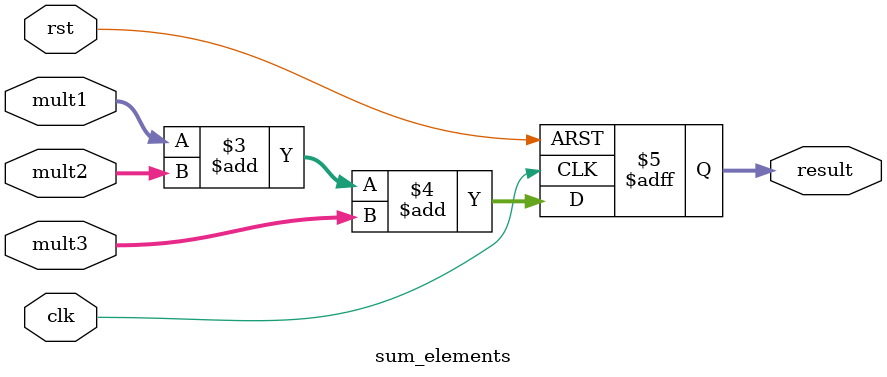
<source format=v>
`timescale 1ns / 1ps


module sum_elements(
                    input[63:0] mult1,
                    input[63:0] mult2,
                    input[63:0] mult3,
                    input clk,
                    input rst,
                    output reg[63:0] result
    );
    always@(posedge clk or negedge rst)begin
            if(!rst) begin
                result <= 0;
            end else begin
                result = mult1 + mult2 + mult3; 
            end
    end
endmodule

</source>
